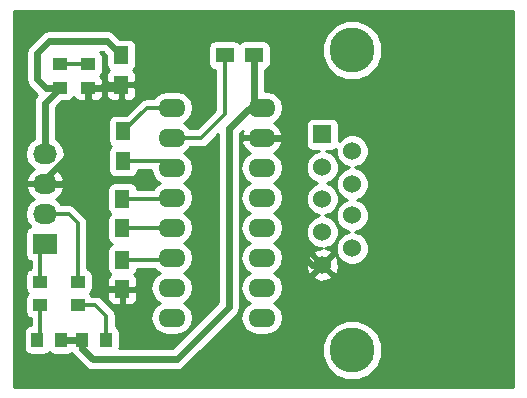
<source format=gbr>
From c18ad5f1c16c8175146d01b160c4514b1612cfd7 Mon Sep 17 00:00:00 2001
From: easwaran
Date: Wed, 30 Jan 2019 10:23:18 +0530
Subject: directory reorganising

---
 .../v_1.1/RS232/Gerber/RS232-F.Cu.gbr              | 1770 ++++++++++++++++++++
 1 file changed, 1770 insertions(+)
 create mode 100755 Resources/OpenPLCv1/legacy_Versions/v_1.1/RS232/Gerber/RS232-F.Cu.gbr

(limited to 'Resources/OpenPLCv1/legacy_Versions/v_1.1/RS232/Gerber/RS232-F.Cu.gbr')

diff --git a/Resources/OpenPLCv1/legacy_Versions/v_1.1/RS232/Gerber/RS232-F.Cu.gbr b/Resources/OpenPLCv1/legacy_Versions/v_1.1/RS232/Gerber/RS232-F.Cu.gbr
new file mode 100755
index 0000000..cc40b94
--- /dev/null
+++ b/Resources/OpenPLCv1/legacy_Versions/v_1.1/RS232/Gerber/RS232-F.Cu.gbr
@@ -0,0 +1,1770 @@
+G04 #@! TF.FileFunction,Copper,L1,Top,Signal*
+%FSLAX46Y46*%
+G04 Gerber Fmt 4.6, Leading zero omitted, Abs format (unit mm)*
+G04 Created by KiCad (PCBNEW 201611211049+7371~55~ubuntu16.10.1-product) date Thu Dec 29 13:08:53 2016*
+%MOMM*%
+%LPD*%
+G01*
+G04 APERTURE LIST*
+%ADD10C,0.100000*%
+%ADD11C,3.810000*%
+%ADD12R,1.524000X1.524000*%
+%ADD13C,1.524000*%
+%ADD14R,1.250000X1.500000*%
+%ADD15R,1.500000X1.250000*%
+%ADD16R,2.032000X1.727200*%
+%ADD17O,2.032000X1.727200*%
+%ADD18O,2.300000X1.600000*%
+%ADD19R,1.250000X1.000000*%
+%ADD20R,1.000000X1.250000*%
+%ADD21C,0.350000*%
+%ADD22C,0.600000*%
+%ADD23C,0.254000*%
+G04 APERTURE END LIST*
+D10*
+D11*
+X153543000Y-100330000D03*
+X153543000Y-74930000D03*
+D12*
+X151003000Y-82042000D03*
+D13*
+X151003000Y-84836000D03*
+X151003000Y-87503000D03*
+X151003000Y-90297000D03*
+X151003000Y-93091000D03*
+X153543000Y-83439000D03*
+X153543000Y-86233000D03*
+X153543000Y-88900000D03*
+X153543000Y-91694000D03*
+D14*
+X134143750Y-81776250D03*
+X134143750Y-84276250D03*
+X134080250Y-89991250D03*
+X134080250Y-87491250D03*
+D15*
+X142736250Y-75342750D03*
+X145236250Y-75342750D03*
+D14*
+X134080250Y-95134750D03*
+X134080250Y-92634750D03*
+X133985000Y-77831000D03*
+X133985000Y-75331000D03*
+D16*
+X127508000Y-91313000D03*
+D17*
+X127508000Y-88773000D03*
+X127508000Y-86233000D03*
+X127508000Y-83693000D03*
+D18*
+X138271250Y-79787750D03*
+X138271250Y-82327750D03*
+X138271250Y-84867750D03*
+X138271250Y-87407750D03*
+X138271250Y-89947750D03*
+X138271250Y-92487750D03*
+X138271250Y-95027750D03*
+X138271250Y-97567750D03*
+X145891250Y-97567750D03*
+X145891250Y-95027750D03*
+X145891250Y-92487750D03*
+X145891250Y-89947750D03*
+X145891250Y-87407750D03*
+X145891250Y-84867750D03*
+X145891250Y-82327750D03*
+X145891250Y-79787750D03*
+D19*
+X131191000Y-78089000D03*
+X131191000Y-76089000D03*
+X130302000Y-94504000D03*
+X130302000Y-96504000D03*
+X127127000Y-96504000D03*
+X127127000Y-94504000D03*
+X128778000Y-76089000D03*
+X128778000Y-78089000D03*
+D20*
+X130699000Y-99441000D03*
+X132699000Y-99441000D03*
+X126889000Y-99441000D03*
+X128889000Y-99441000D03*
+D21*
+X138271250Y-79787750D02*
+X136132250Y-79787750D01*
+X136132250Y-79787750D02*
+X134143750Y-81776250D01*
+X134143750Y-84276250D02*
+X137679750Y-84276250D01*
+X137679750Y-84276250D02*
+X138271250Y-84867750D01*
+X134080250Y-89991250D02*
+X138227750Y-89991250D01*
+X138227750Y-89991250D02*
+X138271250Y-89947750D01*
+X134080250Y-87491250D02*
+X138187750Y-87491250D01*
+X138187750Y-87491250D02*
+X138271250Y-87407750D01*
+X142736250Y-75342750D02*
+X142736250Y-80339250D01*
+X140747750Y-82327750D02*
+X138271250Y-82327750D01*
+X142736250Y-80339250D02*
+X140747750Y-82327750D01*
+D22*
+X127508000Y-83693000D02*
+X127508000Y-79359000D01*
+X127508000Y-79359000D02*
+X128778000Y-78089000D01*
+X128778000Y-78089000D02*
+X127619000Y-78089000D01*
+X127619000Y-78089000D02*
+X126873000Y-77343000D01*
+X126873000Y-77343000D02*
+X126873000Y-75184000D01*
+X126873000Y-75184000D02*
+X127889000Y-74168000D01*
+X127889000Y-74168000D02*
+X132822000Y-74168000D01*
+X132822000Y-74168000D02*
+X133985000Y-75331000D01*
+X130699000Y-99441000D02*
+X130699000Y-100219000D01*
+X143129000Y-81534000D02*
+X144875250Y-79787750D01*
+X143129000Y-96647000D02*
+X143129000Y-81534000D01*
+X138684000Y-101092000D02*
+X143129000Y-96647000D01*
+X131572000Y-101092000D02*
+X138684000Y-101092000D01*
+X130699000Y-100219000D02*
+X131572000Y-101092000D01*
+X144875250Y-79787750D02*
+X145891250Y-79787750D01*
+X128889000Y-99441000D02*
+X130699000Y-99441000D01*
+X145002250Y-79787750D02*
+X145891250Y-79787750D01*
+X145934750Y-79744250D02*
+X145891250Y-79787750D01*
+X145236250Y-75342750D02*
+X145236250Y-79132750D01*
+X145236250Y-79132750D02*
+X145891250Y-79787750D01*
+X131191000Y-78089000D02*
+X133727000Y-78089000D01*
+X133727000Y-78089000D02*
+X133985000Y-77831000D01*
+X127508000Y-86233000D02*
+X127508000Y-85852000D01*
+X127508000Y-85852000D02*
+X131191000Y-82169000D01*
+X131191000Y-82169000D02*
+X131191000Y-78089000D01*
+X127508000Y-86233000D02*
+X129159000Y-86233000D01*
+X129159000Y-86233000D02*
+X132334000Y-89408000D01*
+X132853750Y-95134750D02*
+X134080250Y-95134750D01*
+X132334000Y-94615000D02*
+X132853750Y-95134750D01*
+X132334000Y-89408000D02*
+X132334000Y-94615000D01*
+X151003000Y-93091000D02*
+X150114000Y-93091000D01*
+X147859750Y-82327750D02*
+X145891250Y-82327750D01*
+X148717000Y-83185000D02*
+X147859750Y-82327750D01*
+X148717000Y-91694000D02*
+X148717000Y-83185000D01*
+X150114000Y-93091000D02*
+X148717000Y-91694000D01*
+X145974750Y-82244250D02*
+X145891250Y-82327750D01*
+D21*
+X134080250Y-92634750D02*
+X138124250Y-92634750D01*
+X138124250Y-92634750D02*
+X138271250Y-92487750D01*
+X130302000Y-94504000D02*
+X130302000Y-89535000D01*
+X129540000Y-88773000D02*
+X127508000Y-88773000D01*
+X130302000Y-89535000D02*
+X129540000Y-88773000D01*
+X127127000Y-94504000D02*
+X127127000Y-91694000D01*
+X127127000Y-91694000D02*
+X127508000Y-91313000D01*
+X131191000Y-76089000D02*
+X128778000Y-76089000D01*
+X130302000Y-96504000D02*
+X131810000Y-96504000D01*
+X132699000Y-97393000D02*
+X132699000Y-99441000D01*
+X131810000Y-96504000D02*
+X132699000Y-97393000D01*
+X127127000Y-96504000D02*
+X127127000Y-99203000D01*
+X127127000Y-99203000D02*
+X126889000Y-99441000D01*
+X127127000Y-96774000D02*
+X127127000Y-96758000D01*
+D23*
+G36*
+X167184000Y-103430000D02*
+X124916000Y-103430000D01*
+X124916000Y-98816000D01*
+X125741560Y-98816000D01*
+X125741560Y-100066000D01*
+X125790843Y-100313765D01*
+X125931191Y-100523809D01*
+X126141235Y-100664157D01*
+X126389000Y-100713440D01*
+X127389000Y-100713440D01*
+X127636765Y-100664157D01*
+X127846809Y-100523809D01*
+X127889000Y-100460666D01*
+X127931191Y-100523809D01*
+X128141235Y-100664157D01*
+X128389000Y-100713440D01*
+X129389000Y-100713440D01*
+X129636765Y-100664157D01*
+X129794000Y-100559095D01*
+X129846999Y-100594508D01*
+X130037855Y-100880145D01*
+X130910855Y-101753145D01*
+X131214191Y-101955827D01*
+X131572000Y-102027000D01*
+X138684000Y-102027000D01*
+X139041809Y-101955827D01*
+X139345145Y-101753145D01*
+X140265269Y-100833021D01*
+X151002560Y-100833021D01*
+X151388437Y-101766915D01*
+X152102327Y-102482052D01*
+X153035546Y-102869559D01*
+X154046021Y-102870440D01*
+X154979915Y-102484563D01*
+X155695052Y-101770673D01*
+X156082559Y-100837454D01*
+X156083440Y-99826979D01*
+X155697563Y-98893085D01*
+X154983673Y-98177948D01*
+X154050454Y-97790441D01*
+X153039979Y-97789560D01*
+X152106085Y-98175437D01*
+X151390948Y-98889327D01*
+X151003441Y-99822546D01*
+X151002560Y-100833021D01*
+X140265269Y-100833021D01*
+X143790145Y-97308145D01*
+X143992827Y-97004809D01*
+X144064000Y-96647000D01*
+X144064000Y-84867750D01*
+X144071280Y-84867750D01*
+X144180513Y-85416901D01*
+X144491582Y-85882448D01*
+X144873668Y-86137750D01*
+X144491582Y-86393052D01*
+X144180513Y-86858599D01*
+X144071280Y-87407750D01*
+X144180513Y-87956901D01*
+X144491582Y-88422448D01*
+X144873668Y-88677750D01*
+X144491582Y-88933052D01*
+X144180513Y-89398599D01*
+X144071280Y-89947750D01*
+X144180513Y-90496901D01*
+X144491582Y-90962448D01*
+X144873668Y-91217750D01*
+X144491582Y-91473052D01*
+X144180513Y-91938599D01*
+X144071280Y-92487750D01*
+X144180513Y-93036901D01*
+X144491582Y-93502448D01*
+X144873668Y-93757750D01*
+X144491582Y-94013052D01*
+X144180513Y-94478599D01*
+X144071280Y-95027750D01*
+X144180513Y-95576901D01*
+X144491582Y-96042448D01*
+X144873668Y-96297750D01*
+X144491582Y-96553052D01*
+X144180513Y-97018599D01*
+X144071280Y-97567750D01*
+X144180513Y-98116901D01*
+X144491582Y-98582448D01*
+X144957129Y-98893517D01*
+X145506280Y-99002750D01*
+X146276220Y-99002750D01*
+X146825371Y-98893517D01*
+X147290918Y-98582448D01*
+X147601987Y-98116901D01*
+X147711220Y-97567750D01*
+X147601987Y-97018599D01*
+X147290918Y-96553052D01*
+X146908832Y-96297750D01*
+X147290918Y-96042448D01*
+X147601987Y-95576901D01*
+X147711220Y-95027750D01*
+X147601987Y-94478599D01*
+X147329780Y-94071213D01*
+X150202392Y-94071213D01*
+X150271857Y-94313397D01*
+X150795302Y-94500144D01*
+X151350368Y-94472362D01*
+X151734143Y-94313397D01*
+X151803608Y-94071213D01*
+X151003000Y-93270605D01*
+X150202392Y-94071213D01*
+X147329780Y-94071213D01*
+X147290918Y-94013052D01*
+X146908832Y-93757750D01*
+X147290918Y-93502448D01*
+X147601987Y-93036901D01*
+X147632539Y-92883302D01*
+X149593856Y-92883302D01*
+X149621638Y-93438368D01*
+X149780603Y-93822143D01*
+X150022787Y-93891608D01*
+X150823395Y-93091000D01*
+X151182605Y-93091000D01*
+X151983213Y-93891608D01*
+X152225397Y-93822143D01*
+X152412144Y-93298698D01*
+X152384362Y-92743632D01*
+X152225397Y-92359857D01*
+X151983213Y-92290392D01*
+X151182605Y-93091000D01*
+X150823395Y-93091000D01*
+X150022787Y-92290392D01*
+X149780603Y-92359857D01*
+X149593856Y-92883302D01*
+X147632539Y-92883302D01*
+X147711220Y-92487750D01*
+X147601987Y-91938599D01*
+X147290918Y-91473052D01*
+X146908832Y-91217750D01*
+X147290918Y-90962448D01*
+X147601987Y-90496901D01*
+X147711220Y-89947750D01*
+X147601987Y-89398599D01*
+X147290918Y-88933052D01*
+X146908832Y-88677750D01*
+X147290918Y-88422448D01*
+X147601987Y-87956901D01*
+X147711220Y-87407750D01*
+X147601987Y-86858599D01*
+X147290918Y-86393052D01*
+X146908832Y-86137750D01*
+X147290918Y-85882448D01*
+X147601987Y-85416901D01*
+X147711220Y-84867750D01*
+X147601987Y-84318599D01*
+X147290918Y-83853052D01*
+X146913099Y-83600601D01*
+X147345750Y-83252646D01*
+X147615617Y-82759569D01*
+X147633154Y-82676789D01*
+X147511165Y-82454750D01*
+X146018250Y-82454750D01*
+X146018250Y-82474750D01*
+X145764250Y-82474750D01*
+X145764250Y-82454750D01*
+X144271335Y-82454750D01*
+X144149346Y-82676789D01*
+X144166883Y-82759569D01*
+X144436750Y-83252646D01*
+X144869401Y-83600601D01*
+X144491582Y-83853052D01*
+X144180513Y-84318599D01*
+X144071280Y-84867750D01*
+X144064000Y-84867750D01*
+X144064000Y-81921290D01*
+X144260612Y-81724678D01*
+X144166883Y-81895931D01*
+X144149346Y-81978711D01*
+X144271335Y-82200750D01*
+X145764250Y-82200750D01*
+X145764250Y-82180750D01*
+X146018250Y-82180750D01*
+X146018250Y-82200750D01*
+X147511165Y-82200750D01*
+X147633154Y-81978711D01*
+X147615617Y-81895931D01*
+X147345750Y-81402854D01*
+X147192993Y-81280000D01*
+X149593560Y-81280000D01*
+X149593560Y-82804000D01*
+X149642843Y-83051765D01*
+X149783191Y-83261809D01*
+X149993235Y-83402157D01*
+X150241000Y-83451440D01*
+X150695646Y-83451440D01*
+X150212697Y-83650990D01*
+X149819371Y-84043630D01*
+X149606243Y-84556900D01*
+X149605758Y-85112661D01*
+X149817990Y-85626303D01*
+X150210630Y-86019629D01*
+X150571815Y-86169606D01*
+X150212697Y-86317990D01*
+X149819371Y-86710630D01*
+X149606243Y-87223900D01*
+X149605758Y-87779661D01*
+X149817990Y-88293303D01*
+X150210630Y-88686629D01*
+X150723900Y-88899757D01*
+X150726336Y-88899759D01*
+X150212697Y-89111990D01*
+X149819371Y-89504630D01*
+X149606243Y-90017900D01*
+X149605758Y-90573661D01*
+X149817990Y-91087303D01*
+X150210630Y-91480629D01*
+X150723900Y-91693757D01*
+X150968656Y-91693971D01*
+X150655632Y-91709638D01*
+X150271857Y-91868603D01*
+X150202392Y-92110787D01*
+X151003000Y-92911395D01*
+X151803608Y-92110787D01*
+X151734143Y-91868603D01*
+X151245332Y-91694212D01*
+X151279661Y-91694242D01*
+X151793303Y-91482010D01*
+X152186629Y-91089370D01*
+X152399757Y-90576100D01*
+X152400242Y-90020339D01*
+X152188010Y-89506697D01*
+X151795370Y-89113371D01*
+X151282100Y-88900243D01*
+X151279664Y-88900241D01*
+X151793303Y-88688010D01*
+X152186629Y-88295370D01*
+X152399757Y-87782100D01*
+X152400242Y-87226339D01*
+X152188010Y-86712697D01*
+X151795370Y-86319371D01*
+X151434185Y-86169394D01*
+X151793303Y-86021010D01*
+X152186629Y-85628370D01*
+X152399757Y-85115100D01*
+X152400242Y-84559339D01*
+X152188010Y-84045697D01*
+X151795370Y-83652371D01*
+X151311474Y-83451440D01*
+X151765000Y-83451440D01*
+X152012765Y-83402157D01*
+X152146109Y-83313058D01*
+X152145758Y-83715661D01*
+X152357990Y-84229303D01*
+X152750630Y-84622629D01*
+X153263900Y-84835757D01*
+X153266336Y-84835759D01*
+X152752697Y-85047990D01*
+X152359371Y-85440630D01*
+X152146243Y-85953900D01*
+X152145758Y-86509661D01*
+X152357990Y-87023303D01*
+X152750630Y-87416629D01*
+X153111815Y-87566606D01*
+X152752697Y-87714990D01*
+X152359371Y-88107630D01*
+X152146243Y-88620900D01*
+X152145758Y-89176661D01*
+X152357990Y-89690303D01*
+X152750630Y-90083629D01*
+X153263900Y-90296757D01*
+X153266336Y-90296759D01*
+X152752697Y-90508990D01*
+X152359371Y-90901630D01*
+X152146243Y-91414900D01*
+X152145758Y-91970661D01*
+X152357990Y-92484303D01*
+X152750630Y-92877629D01*
+X153263900Y-93090757D01*
+X153819661Y-93091242D01*
+X154333303Y-92879010D01*
+X154726629Y-92486370D01*
+X154939757Y-91973100D01*
+X154940242Y-91417339D01*
+X154728010Y-90903697D01*
+X154335370Y-90510371D01*
+X153822100Y-90297243D01*
+X153819664Y-90297241D01*
+X154333303Y-90085010D01*
+X154726629Y-89692370D01*
+X154939757Y-89179100D01*
+X154940242Y-88623339D01*
+X154728010Y-88109697D01*
+X154335370Y-87716371D01*
+X153974185Y-87566394D01*
+X154333303Y-87418010D01*
+X154726629Y-87025370D01*
+X154939757Y-86512100D01*
+X154940242Y-85956339D01*
+X154728010Y-85442697D01*
+X154335370Y-85049371D01*
+X153822100Y-84836243D01*
+X153819664Y-84836241D01*
+X154333303Y-84624010D01*
+X154726629Y-84231370D01*
+X154939757Y-83718100D01*
+X154940242Y-83162339D01*
+X154728010Y-82648697D01*
+X154335370Y-82255371D01*
+X153822100Y-82042243D01*
+X153266339Y-82041758D01*
+X152752697Y-82253990D01*
+X152412440Y-82593654D01*
+X152412440Y-81280000D01*
+X152363157Y-81032235D01*
+X152222809Y-80822191D01*
+X152012765Y-80681843D01*
+X151765000Y-80632560D01*
+X150241000Y-80632560D01*
+X149993235Y-80681843D01*
+X149783191Y-80822191D01*
+X149642843Y-81032235D01*
+X149593560Y-81280000D01*
+X147192993Y-81280000D01*
+X146913099Y-81054899D01*
+X147290918Y-80802448D01*
+X147601987Y-80336901D01*
+X147711220Y-79787750D01*
+X147601987Y-79238599D01*
+X147290918Y-78773052D01*
+X146825371Y-78461983D01*
+X146276220Y-78352750D01*
+X146171250Y-78352750D01*
+X146171250Y-76578392D01*
+X146234015Y-76565907D01*
+X146444059Y-76425559D01*
+X146584407Y-76215515D01*
+X146633690Y-75967750D01*
+X146633690Y-75433021D01*
+X151002560Y-75433021D01*
+X151388437Y-76366915D01*
+X152102327Y-77082052D01*
+X153035546Y-77469559D01*
+X154046021Y-77470440D01*
+X154979915Y-77084563D01*
+X155695052Y-76370673D01*
+X156082559Y-75437454D01*
+X156083440Y-74426979D01*
+X155697563Y-73493085D01*
+X154983673Y-72777948D01*
+X154050454Y-72390441D01*
+X153039979Y-72389560D01*
+X152106085Y-72775437D01*
+X151390948Y-73489327D01*
+X151003441Y-74422546D01*
+X151002560Y-75433021D01*
+X146633690Y-75433021D01*
+X146633690Y-74717750D01*
+X146584407Y-74469985D01*
+X146444059Y-74259941D01*
+X146234015Y-74119593D01*
+X145986250Y-74070310D01*
+X144486250Y-74070310D01*
+X144238485Y-74119593D01*
+X144028441Y-74259941D01*
+X143986250Y-74323084D01*
+X143944059Y-74259941D01*
+X143734015Y-74119593D01*
+X143486250Y-74070310D01*
+X141986250Y-74070310D01*
+X141738485Y-74119593D01*
+X141528441Y-74259941D01*
+X141388093Y-74469985D01*
+X141338810Y-74717750D01*
+X141338810Y-75967750D01*
+X141388093Y-76215515D01*
+X141528441Y-76425559D01*
+X141738485Y-76565907D01*
+X141926250Y-76603255D01*
+X141926250Y-80003737D01*
+X140412238Y-81517750D01*
+X139807693Y-81517750D01*
+X139670918Y-81313052D01*
+X139288832Y-81057750D01*
+X139670918Y-80802448D01*
+X139981987Y-80336901D01*
+X140091220Y-79787750D01*
+X139981987Y-79238599D01*
+X139670918Y-78773052D01*
+X139205371Y-78461983D01*
+X138656220Y-78352750D01*
+X137886280Y-78352750D01*
+X137337129Y-78461983D01*
+X136871582Y-78773052D01*
+X136734807Y-78977750D01*
+X136132250Y-78977750D01*
+X135822277Y-79039407D01*
+X135559494Y-79214993D01*
+X134395678Y-80378810D01*
+X133518750Y-80378810D01*
+X133270985Y-80428093D01*
+X133060941Y-80568441D01*
+X132920593Y-80778485D01*
+X132871310Y-81026250D01*
+X132871310Y-82526250D01*
+X132920593Y-82774015D01*
+X133060941Y-82984059D01*
+X133124084Y-83026250D01*
+X133060941Y-83068441D01*
+X132920593Y-83278485D01*
+X132871310Y-83526250D01*
+X132871310Y-85026250D01*
+X132920593Y-85274015D01*
+X133060941Y-85484059D01*
+X133270985Y-85624407D01*
+X133518750Y-85673690D01*
+X134768750Y-85673690D01*
+X135016515Y-85624407D01*
+X135226559Y-85484059D01*
+X135366907Y-85274015D01*
+X135404255Y-85086250D01*
+X136494742Y-85086250D01*
+X136560513Y-85416901D01*
+X136871582Y-85882448D01*
+X137253668Y-86137750D01*
+X136871582Y-86393052D01*
+X136679014Y-86681250D01*
+X135340755Y-86681250D01*
+X135303407Y-86493485D01*
+X135163059Y-86283441D01*
+X134953015Y-86143093D01*
+X134705250Y-86093810D01*
+X133455250Y-86093810D01*
+X133207485Y-86143093D01*
+X132997441Y-86283441D01*
+X132857093Y-86493485D01*
+X132807810Y-86741250D01*
+X132807810Y-88241250D01*
+X132857093Y-88489015D01*
+X132997441Y-88699059D01*
+X133060584Y-88741250D01*
+X132997441Y-88783441D01*
+X132857093Y-88993485D01*
+X132807810Y-89241250D01*
+X132807810Y-90741250D01*
+X132857093Y-90989015D01*
+X132997441Y-91199059D01*
+X133167964Y-91313000D01*
+X132997441Y-91426941D01*
+X132857093Y-91636985D01*
+X132807810Y-91884750D01*
+X132807810Y-93384750D01*
+X132857093Y-93632515D01*
+X132997441Y-93842559D01*
+X133058570Y-93883404D01*
+X132916923Y-94025052D01*
+X132820250Y-94258441D01*
+X132820250Y-94849000D01*
+X132979000Y-95007750D01*
+X133953250Y-95007750D01*
+X133953250Y-94987750D01*
+X134207250Y-94987750D01*
+X134207250Y-95007750D01*
+X135181500Y-95007750D01*
+X135340250Y-94849000D01*
+X135340250Y-94258441D01*
+X135243577Y-94025052D01*
+X135101930Y-93883404D01*
+X135163059Y-93842559D01*
+X135303407Y-93632515D01*
+X135340755Y-93444750D01*
+X136833029Y-93444750D01*
+X136871582Y-93502448D01*
+X137253668Y-93757750D01*
+X136871582Y-94013052D01*
+X136560513Y-94478599D01*
+X136451280Y-95027750D01*
+X136560513Y-95576901D01*
+X136871582Y-96042448D01*
+X137253668Y-96297750D01*
+X136871582Y-96553052D01*
+X136560513Y-97018599D01*
+X136451280Y-97567750D01*
+X136560513Y-98116901D01*
+X136871582Y-98582448D01*
+X137337129Y-98893517D01*
+X137886280Y-99002750D01*
+X138656220Y-99002750D01*
+X139205371Y-98893517D01*
+X139670918Y-98582448D01*
+X139981987Y-98116901D01*
+X140091220Y-97567750D01*
+X139981987Y-97018599D01*
+X139670918Y-96553052D01*
+X139288832Y-96297750D01*
+X139670918Y-96042448D01*
+X139981987Y-95576901D01*
+X140091220Y-95027750D01*
+X139981987Y-94478599D01*
+X139670918Y-94013052D01*
+X139288832Y-93757750D01*
+X139670918Y-93502448D01*
+X139981987Y-93036901D01*
+X140091220Y-92487750D01*
+X139981987Y-91938599D01*
+X139670918Y-91473052D01*
+X139288832Y-91217750D01*
+X139670918Y-90962448D01*
+X139981987Y-90496901D01*
+X140091220Y-89947750D01*
+X139981987Y-89398599D01*
+X139670918Y-88933052D01*
+X139288832Y-88677750D01*
+X139670918Y-88422448D01*
+X139981987Y-87956901D01*
+X140091220Y-87407750D01*
+X139981987Y-86858599D01*
+X139670918Y-86393052D01*
+X139288832Y-86137750D01*
+X139670918Y-85882448D01*
+X139981987Y-85416901D01*
+X140091220Y-84867750D01*
+X139981987Y-84318599D01*
+X139670918Y-83853052D01*
+X139288832Y-83597750D01*
+X139670918Y-83342448D01*
+X139807693Y-83137750D01*
+X140747750Y-83137750D01*
+X141057724Y-83076092D01*
+X141320506Y-82900506D01*
+X142194000Y-82027012D01*
+X142194000Y-96259710D01*
+X138296710Y-100157000D01*
+X133828339Y-100157000D01*
+X133846440Y-100066000D01*
+X133846440Y-98816000D01*
+X133797157Y-98568235D01*
+X133656809Y-98358191D01*
+X133509000Y-98259427D01*
+X133509000Y-97393000D01*
+X133447531Y-97083974D01*
+X133447343Y-97083027D01*
+X133271757Y-96820244D01*
+X132382756Y-95931244D01*
+X132119974Y-95755658D01*
+X131810000Y-95694000D01*
+X131483573Y-95694000D01*
+X131384809Y-95546191D01*
+X131321666Y-95504000D01*
+X131384809Y-95461809D01*
+X131412411Y-95420500D01*
+X132820250Y-95420500D01*
+X132820250Y-96011059D01*
+X132916923Y-96244448D01*
+X133095551Y-96423077D01*
+X133328940Y-96519750D01*
+X133794500Y-96519750D01*
+X133953250Y-96361000D01*
+X133953250Y-95261750D01*
+X134207250Y-95261750D01*
+X134207250Y-96361000D01*
+X134366000Y-96519750D01*
+X134831560Y-96519750D01*
+X135064949Y-96423077D01*
+X135243577Y-96244448D01*
+X135340250Y-96011059D01*
+X135340250Y-95420500D01*
+X135181500Y-95261750D01*
+X134207250Y-95261750D01*
+X133953250Y-95261750D01*
+X132979000Y-95261750D01*
+X132820250Y-95420500D01*
+X131412411Y-95420500D01*
+X131525157Y-95251765D01*
+X131574440Y-95004000D01*
+X131574440Y-94004000D01*
+X131525157Y-93756235D01*
+X131384809Y-93546191D01*
+X131174765Y-93405843D01*
+X131112000Y-93393358D01*
+X131112000Y-89535000D01*
+X131074357Y-89345756D01*
+X131050343Y-89225027D01*
+X130874757Y-88962244D01*
+X130112756Y-88200244D01*
+X129977243Y-88109697D01*
+X129849974Y-88024658D01*
+X129540000Y-87963000D01*
+X128919239Y-87963000D01*
+X128752415Y-87713330D01*
+X128442931Y-87506539D01*
+X128858732Y-87135036D01*
+X129112709Y-86607791D01*
+X129115358Y-86592026D01*
+X128994217Y-86360000D01*
+X127635000Y-86360000D01*
+X127635000Y-86380000D01*
+X127381000Y-86380000D01*
+X127381000Y-86360000D01*
+X126021783Y-86360000D01*
+X125900642Y-86592026D01*
+X125903291Y-86607791D01*
+X126157268Y-87135036D01*
+X126573069Y-87506539D01*
+X126263585Y-87713330D01*
+X125938729Y-88199511D01*
+X125824655Y-88773000D01*
+X125938729Y-89346489D01*
+X126263585Y-89832670D01*
+X126280566Y-89844016D01*
+X126244235Y-89851243D01*
+X126034191Y-89991591D01*
+X125893843Y-90201635D01*
+X125844560Y-90449400D01*
+X125844560Y-92176600D01*
+X125893843Y-92424365D01*
+X126034191Y-92634409D01*
+X126244235Y-92774757D01*
+X126317000Y-92789231D01*
+X126317000Y-93393358D01*
+X126254235Y-93405843D01*
+X126044191Y-93546191D01*
+X125903843Y-93756235D01*
+X125854560Y-94004000D01*
+X125854560Y-95004000D01*
+X125903843Y-95251765D01*
+X126044191Y-95461809D01*
+X126107334Y-95504000D01*
+X126044191Y-95546191D01*
+X125903843Y-95756235D01*
+X125854560Y-96004000D01*
+X125854560Y-97004000D01*
+X125903843Y-97251765D01*
+X126044191Y-97461809D01*
+X126254235Y-97602157D01*
+X126317000Y-97614642D01*
+X126317000Y-98182882D01*
+X126141235Y-98217843D01*
+X125931191Y-98358191D01*
+X125790843Y-98568235D01*
+X125741560Y-98816000D01*
+X124916000Y-98816000D01*
+X124916000Y-83693000D01*
+X125824655Y-83693000D01*
+X125938729Y-84266489D01*
+X126263585Y-84752670D01*
+X126573069Y-84959461D01*
+X126157268Y-85330964D01*
+X125903291Y-85858209D01*
+X125900642Y-85873974D01*
+X126021783Y-86106000D01*
+X127381000Y-86106000D01*
+X127381000Y-86086000D01*
+X127635000Y-86086000D01*
+X127635000Y-86106000D01*
+X128994217Y-86106000D01*
+X129115358Y-85873974D01*
+X129112709Y-85858209D01*
+X128858732Y-85330964D01*
+X128442931Y-84959461D01*
+X128752415Y-84752670D01*
+X129077271Y-84266489D01*
+X129191345Y-83693000D01*
+X129077271Y-83119511D01*
+X128752415Y-82633330D01*
+X128443000Y-82426585D01*
+X128443000Y-79746290D01*
+X128952850Y-79236440D01*
+X129403000Y-79236440D01*
+X129650765Y-79187157D01*
+X129860809Y-79046809D01*
+X129988904Y-78855102D01*
+X130027673Y-78948698D01*
+X130206301Y-79127327D01*
+X130439690Y-79224000D01*
+X130905250Y-79224000D01*
+X131064000Y-79065250D01*
+X131064000Y-78216000D01*
+X131318000Y-78216000D01*
+X131318000Y-79065250D01*
+X131476750Y-79224000D01*
+X131942310Y-79224000D01*
+X132175699Y-79127327D01*
+X132354327Y-78948698D01*
+X132451000Y-78715309D01*
+X132451000Y-78374750D01*
+X132292250Y-78216000D01*
+X131318000Y-78216000D01*
+X131064000Y-78216000D01*
+X131044000Y-78216000D01*
+X131044000Y-78116750D01*
+X132725000Y-78116750D01*
+X132725000Y-78707309D01*
+X132821673Y-78940698D01*
+X133000301Y-79119327D01*
+X133233690Y-79216000D01*
+X133699250Y-79216000D01*
+X133858000Y-79057250D01*
+X133858000Y-77958000D01*
+X134112000Y-77958000D01*
+X134112000Y-79057250D01*
+X134270750Y-79216000D01*
+X134736310Y-79216000D01*
+X134969699Y-79119327D01*
+X135148327Y-78940698D01*
+X135245000Y-78707309D01*
+X135245000Y-78116750D01*
+X135086250Y-77958000D01*
+X134112000Y-77958000D01*
+X133858000Y-77958000D01*
+X132883750Y-77958000D01*
+X132725000Y-78116750D01*
+X131044000Y-78116750D01*
+X131044000Y-77962000D01*
+X131064000Y-77962000D01*
+X131064000Y-77942000D01*
+X131318000Y-77942000D01*
+X131318000Y-77962000D01*
+X132292250Y-77962000D01*
+X132451000Y-77803250D01*
+X132451000Y-77462691D01*
+X132354327Y-77229302D01*
+X132212680Y-77087654D01*
+X132273809Y-77046809D01*
+X132414157Y-76836765D01*
+X132463440Y-76589000D01*
+X132463440Y-75589000D01*
+X132414157Y-75341235D01*
+X132273809Y-75131191D01*
+X132231619Y-75103000D01*
+X132434710Y-75103000D01*
+X132712560Y-75380850D01*
+X132712560Y-76081000D01*
+X132761843Y-76328765D01*
+X132902191Y-76538809D01*
+X132963320Y-76579654D01*
+X132821673Y-76721302D01*
+X132725000Y-76954691D01*
+X132725000Y-77545250D01*
+X132883750Y-77704000D01*
+X133858000Y-77704000D01*
+X133858000Y-77684000D01*
+X134112000Y-77684000D01*
+X134112000Y-77704000D01*
+X135086250Y-77704000D01*
+X135245000Y-77545250D01*
+X135245000Y-76954691D01*
+X135148327Y-76721302D01*
+X135006680Y-76579654D01*
+X135067809Y-76538809D01*
+X135208157Y-76328765D01*
+X135257440Y-76081000D01*
+X135257440Y-74581000D01*
+X135208157Y-74333235D01*
+X135067809Y-74123191D01*
+X134857765Y-73982843D01*
+X134610000Y-73933560D01*
+X133909850Y-73933560D01*
+X133483145Y-73506855D01*
+X133179809Y-73304173D01*
+X132822000Y-73233000D01*
+X127889000Y-73233000D01*
+X127531191Y-73304173D01*
+X127227855Y-73506855D01*
+X126211855Y-74522855D01*
+X126009173Y-74826191D01*
+X125938000Y-75184000D01*
+X125938000Y-77343000D01*
+X126009173Y-77700809D01*
+X126211855Y-78004145D01*
+X126876210Y-78668500D01*
+X126846855Y-78697855D01*
+X126644173Y-79001191D01*
+X126573000Y-79359000D01*
+X126573000Y-82426585D01*
+X126263585Y-82633330D01*
+X125938729Y-83119511D01*
+X125824655Y-83693000D01*
+X124916000Y-83693000D01*
+X124916000Y-71576000D01*
+X167184000Y-71576000D01*
+X167184000Y-103430000D01*
+X167184000Y-103430000D01*
+G37*
+X167184000Y-103430000D02*
+X124916000Y-103430000D01*
+X124916000Y-98816000D01*
+X125741560Y-98816000D01*
+X125741560Y-100066000D01*
+X125790843Y-100313765D01*
+X125931191Y-100523809D01*
+X126141235Y-100664157D01*
+X126389000Y-100713440D01*
+X127389000Y-100713440D01*
+X127636765Y-100664157D01*
+X127846809Y-100523809D01*
+X127889000Y-100460666D01*
+X127931191Y-100523809D01*
+X128141235Y-100664157D01*
+X128389000Y-100713440D01*
+X129389000Y-100713440D01*
+X129636765Y-100664157D01*
+X129794000Y-100559095D01*
+X129846999Y-100594508D01*
+X130037855Y-100880145D01*
+X130910855Y-101753145D01*
+X131214191Y-101955827D01*
+X131572000Y-102027000D01*
+X138684000Y-102027000D01*
+X139041809Y-101955827D01*
+X139345145Y-101753145D01*
+X140265269Y-100833021D01*
+X151002560Y-100833021D01*
+X151388437Y-101766915D01*
+X152102327Y-102482052D01*
+X153035546Y-102869559D01*
+X154046021Y-102870440D01*
+X154979915Y-102484563D01*
+X155695052Y-101770673D01*
+X156082559Y-100837454D01*
+X156083440Y-99826979D01*
+X155697563Y-98893085D01*
+X154983673Y-98177948D01*
+X154050454Y-97790441D01*
+X153039979Y-97789560D01*
+X152106085Y-98175437D01*
+X151390948Y-98889327D01*
+X151003441Y-99822546D01*
+X151002560Y-100833021D01*
+X140265269Y-100833021D01*
+X143790145Y-97308145D01*
+X143992827Y-97004809D01*
+X144064000Y-96647000D01*
+X144064000Y-84867750D01*
+X144071280Y-84867750D01*
+X144180513Y-85416901D01*
+X144491582Y-85882448D01*
+X144873668Y-86137750D01*
+X144491582Y-86393052D01*
+X144180513Y-86858599D01*
+X144071280Y-87407750D01*
+X144180513Y-87956901D01*
+X144491582Y-88422448D01*
+X144873668Y-88677750D01*
+X144491582Y-88933052D01*
+X144180513Y-89398599D01*
+X144071280Y-89947750D01*
+X144180513Y-90496901D01*
+X144491582Y-90962448D01*
+X144873668Y-91217750D01*
+X144491582Y-91473052D01*
+X144180513Y-91938599D01*
+X144071280Y-92487750D01*
+X144180513Y-93036901D01*
+X144491582Y-93502448D01*
+X144873668Y-93757750D01*
+X144491582Y-94013052D01*
+X144180513Y-94478599D01*
+X144071280Y-95027750D01*
+X144180513Y-95576901D01*
+X144491582Y-96042448D01*
+X144873668Y-96297750D01*
+X144491582Y-96553052D01*
+X144180513Y-97018599D01*
+X144071280Y-97567750D01*
+X144180513Y-98116901D01*
+X144491582Y-98582448D01*
+X144957129Y-98893517D01*
+X145506280Y-99002750D01*
+X146276220Y-99002750D01*
+X146825371Y-98893517D01*
+X147290918Y-98582448D01*
+X147601987Y-98116901D01*
+X147711220Y-97567750D01*
+X147601987Y-97018599D01*
+X147290918Y-96553052D01*
+X146908832Y-96297750D01*
+X147290918Y-96042448D01*
+X147601987Y-95576901D01*
+X147711220Y-95027750D01*
+X147601987Y-94478599D01*
+X147329780Y-94071213D01*
+X150202392Y-94071213D01*
+X150271857Y-94313397D01*
+X150795302Y-94500144D01*
+X151350368Y-94472362D01*
+X151734143Y-94313397D01*
+X151803608Y-94071213D01*
+X151003000Y-93270605D01*
+X150202392Y-94071213D01*
+X147329780Y-94071213D01*
+X147290918Y-94013052D01*
+X146908832Y-93757750D01*
+X147290918Y-93502448D01*
+X147601987Y-93036901D01*
+X147632539Y-92883302D01*
+X149593856Y-92883302D01*
+X149621638Y-93438368D01*
+X149780603Y-93822143D01*
+X150022787Y-93891608D01*
+X150823395Y-93091000D01*
+X151182605Y-93091000D01*
+X151983213Y-93891608D01*
+X152225397Y-93822143D01*
+X152412144Y-93298698D01*
+X152384362Y-92743632D01*
+X152225397Y-92359857D01*
+X151983213Y-92290392D01*
+X151182605Y-93091000D01*
+X150823395Y-93091000D01*
+X150022787Y-92290392D01*
+X149780603Y-92359857D01*
+X149593856Y-92883302D01*
+X147632539Y-92883302D01*
+X147711220Y-92487750D01*
+X147601987Y-91938599D01*
+X147290918Y-91473052D01*
+X146908832Y-91217750D01*
+X147290918Y-90962448D01*
+X147601987Y-90496901D01*
+X147711220Y-89947750D01*
+X147601987Y-89398599D01*
+X147290918Y-88933052D01*
+X146908832Y-88677750D01*
+X147290918Y-88422448D01*
+X147601987Y-87956901D01*
+X147711220Y-87407750D01*
+X147601987Y-86858599D01*
+X147290918Y-86393052D01*
+X146908832Y-86137750D01*
+X147290918Y-85882448D01*
+X147601987Y-85416901D01*
+X147711220Y-84867750D01*
+X147601987Y-84318599D01*
+X147290918Y-83853052D01*
+X146913099Y-83600601D01*
+X147345750Y-83252646D01*
+X147615617Y-82759569D01*
+X147633154Y-82676789D01*
+X147511165Y-82454750D01*
+X146018250Y-82454750D01*
+X146018250Y-82474750D01*
+X145764250Y-82474750D01*
+X145764250Y-82454750D01*
+X144271335Y-82454750D01*
+X144149346Y-82676789D01*
+X144166883Y-82759569D01*
+X144436750Y-83252646D01*
+X144869401Y-83600601D01*
+X144491582Y-83853052D01*
+X144180513Y-84318599D01*
+X144071280Y-84867750D01*
+X144064000Y-84867750D01*
+X144064000Y-81921290D01*
+X144260612Y-81724678D01*
+X144166883Y-81895931D01*
+X144149346Y-81978711D01*
+X144271335Y-82200750D01*
+X145764250Y-82200750D01*
+X145764250Y-82180750D01*
+X146018250Y-82180750D01*
+X146018250Y-82200750D01*
+X147511165Y-82200750D01*
+X147633154Y-81978711D01*
+X147615617Y-81895931D01*
+X147345750Y-81402854D01*
+X147192993Y-81280000D01*
+X149593560Y-81280000D01*
+X149593560Y-82804000D01*
+X149642843Y-83051765D01*
+X149783191Y-83261809D01*
+X149993235Y-83402157D01*
+X150241000Y-83451440D01*
+X150695646Y-83451440D01*
+X150212697Y-83650990D01*
+X149819371Y-84043630D01*
+X149606243Y-84556900D01*
+X149605758Y-85112661D01*
+X149817990Y-85626303D01*
+X150210630Y-86019629D01*
+X150571815Y-86169606D01*
+X150212697Y-86317990D01*
+X149819371Y-86710630D01*
+X149606243Y-87223900D01*
+X149605758Y-87779661D01*
+X149817990Y-88293303D01*
+X150210630Y-88686629D01*
+X150723900Y-88899757D01*
+X150726336Y-88899759D01*
+X150212697Y-89111990D01*
+X149819371Y-89504630D01*
+X149606243Y-90017900D01*
+X149605758Y-90573661D01*
+X149817990Y-91087303D01*
+X150210630Y-91480629D01*
+X150723900Y-91693757D01*
+X150968656Y-91693971D01*
+X150655632Y-91709638D01*
+X150271857Y-91868603D01*
+X150202392Y-92110787D01*
+X151003000Y-92911395D01*
+X151803608Y-92110787D01*
+X151734143Y-91868603D01*
+X151245332Y-91694212D01*
+X151279661Y-91694242D01*
+X151793303Y-91482010D01*
+X152186629Y-91089370D01*
+X152399757Y-90576100D01*
+X152400242Y-90020339D01*
+X152188010Y-89506697D01*
+X151795370Y-89113371D01*
+X151282100Y-88900243D01*
+X151279664Y-88900241D01*
+X151793303Y-88688010D01*
+X152186629Y-88295370D01*
+X152399757Y-87782100D01*
+X152400242Y-87226339D01*
+X152188010Y-86712697D01*
+X151795370Y-86319371D01*
+X151434185Y-86169394D01*
+X151793303Y-86021010D01*
+X152186629Y-85628370D01*
+X152399757Y-85115100D01*
+X152400242Y-84559339D01*
+X152188010Y-84045697D01*
+X151795370Y-83652371D01*
+X151311474Y-83451440D01*
+X151765000Y-83451440D01*
+X152012765Y-83402157D01*
+X152146109Y-83313058D01*
+X152145758Y-83715661D01*
+X152357990Y-84229303D01*
+X152750630Y-84622629D01*
+X153263900Y-84835757D01*
+X153266336Y-84835759D01*
+X152752697Y-85047990D01*
+X152359371Y-85440630D01*
+X152146243Y-85953900D01*
+X152145758Y-86509661D01*
+X152357990Y-87023303D01*
+X152750630Y-87416629D01*
+X153111815Y-87566606D01*
+X152752697Y-87714990D01*
+X152359371Y-88107630D01*
+X152146243Y-88620900D01*
+X152145758Y-89176661D01*
+X152357990Y-89690303D01*
+X152750630Y-90083629D01*
+X153263900Y-90296757D01*
+X153266336Y-90296759D01*
+X152752697Y-90508990D01*
+X152359371Y-90901630D01*
+X152146243Y-91414900D01*
+X152145758Y-91970661D01*
+X152357990Y-92484303D01*
+X152750630Y-92877629D01*
+X153263900Y-93090757D01*
+X153819661Y-93091242D01*
+X154333303Y-92879010D01*
+X154726629Y-92486370D01*
+X154939757Y-91973100D01*
+X154940242Y-91417339D01*
+X154728010Y-90903697D01*
+X154335370Y-90510371D01*
+X153822100Y-90297243D01*
+X153819664Y-90297241D01*
+X154333303Y-90085010D01*
+X154726629Y-89692370D01*
+X154939757Y-89179100D01*
+X154940242Y-88623339D01*
+X154728010Y-88109697D01*
+X154335370Y-87716371D01*
+X153974185Y-87566394D01*
+X154333303Y-87418010D01*
+X154726629Y-87025370D01*
+X154939757Y-86512100D01*
+X154940242Y-85956339D01*
+X154728010Y-85442697D01*
+X154335370Y-85049371D01*
+X153822100Y-84836243D01*
+X153819664Y-84836241D01*
+X154333303Y-84624010D01*
+X154726629Y-84231370D01*
+X154939757Y-83718100D01*
+X154940242Y-83162339D01*
+X154728010Y-82648697D01*
+X154335370Y-82255371D01*
+X153822100Y-82042243D01*
+X153266339Y-82041758D01*
+X152752697Y-82253990D01*
+X152412440Y-82593654D01*
+X152412440Y-81280000D01*
+X152363157Y-81032235D01*
+X152222809Y-80822191D01*
+X152012765Y-80681843D01*
+X151765000Y-80632560D01*
+X150241000Y-80632560D01*
+X149993235Y-80681843D01*
+X149783191Y-80822191D01*
+X149642843Y-81032235D01*
+X149593560Y-81280000D01*
+X147192993Y-81280000D01*
+X146913099Y-81054899D01*
+X147290918Y-80802448D01*
+X147601987Y-80336901D01*
+X147711220Y-79787750D01*
+X147601987Y-79238599D01*
+X147290918Y-78773052D01*
+X146825371Y-78461983D01*
+X146276220Y-78352750D01*
+X146171250Y-78352750D01*
+X146171250Y-76578392D01*
+X146234015Y-76565907D01*
+X146444059Y-76425559D01*
+X146584407Y-76215515D01*
+X146633690Y-75967750D01*
+X146633690Y-75433021D01*
+X151002560Y-75433021D01*
+X151388437Y-76366915D01*
+X152102327Y-77082052D01*
+X153035546Y-77469559D01*
+X154046021Y-77470440D01*
+X154979915Y-77084563D01*
+X155695052Y-76370673D01*
+X156082559Y-75437454D01*
+X156083440Y-74426979D01*
+X155697563Y-73493085D01*
+X154983673Y-72777948D01*
+X154050454Y-72390441D01*
+X153039979Y-72389560D01*
+X152106085Y-72775437D01*
+X151390948Y-73489327D01*
+X151003441Y-74422546D01*
+X151002560Y-75433021D01*
+X146633690Y-75433021D01*
+X146633690Y-74717750D01*
+X146584407Y-74469985D01*
+X146444059Y-74259941D01*
+X146234015Y-74119593D01*
+X145986250Y-74070310D01*
+X144486250Y-74070310D01*
+X144238485Y-74119593D01*
+X144028441Y-74259941D01*
+X143986250Y-74323084D01*
+X143944059Y-74259941D01*
+X143734015Y-74119593D01*
+X143486250Y-74070310D01*
+X141986250Y-74070310D01*
+X141738485Y-74119593D01*
+X141528441Y-74259941D01*
+X141388093Y-74469985D01*
+X141338810Y-74717750D01*
+X141338810Y-75967750D01*
+X141388093Y-76215515D01*
+X141528441Y-76425559D01*
+X141738485Y-76565907D01*
+X141926250Y-76603255D01*
+X141926250Y-80003737D01*
+X140412238Y-81517750D01*
+X139807693Y-81517750D01*
+X139670918Y-81313052D01*
+X139288832Y-81057750D01*
+X139670918Y-80802448D01*
+X139981987Y-80336901D01*
+X140091220Y-79787750D01*
+X139981987Y-79238599D01*
+X139670918Y-78773052D01*
+X139205371Y-78461983D01*
+X138656220Y-78352750D01*
+X137886280Y-78352750D01*
+X137337129Y-78461983D01*
+X136871582Y-78773052D01*
+X136734807Y-78977750D01*
+X136132250Y-78977750D01*
+X135822277Y-79039407D01*
+X135559494Y-79214993D01*
+X134395678Y-80378810D01*
+X133518750Y-80378810D01*
+X133270985Y-80428093D01*
+X133060941Y-80568441D01*
+X132920593Y-80778485D01*
+X132871310Y-81026250D01*
+X132871310Y-82526250D01*
+X132920593Y-82774015D01*
+X133060941Y-82984059D01*
+X133124084Y-83026250D01*
+X133060941Y-83068441D01*
+X132920593Y-83278485D01*
+X132871310Y-83526250D01*
+X132871310Y-85026250D01*
+X132920593Y-85274015D01*
+X133060941Y-85484059D01*
+X133270985Y-85624407D01*
+X133518750Y-85673690D01*
+X134768750Y-85673690D01*
+X135016515Y-85624407D01*
+X135226559Y-85484059D01*
+X135366907Y-85274015D01*
+X135404255Y-85086250D01*
+X136494742Y-85086250D01*
+X136560513Y-85416901D01*
+X136871582Y-85882448D01*
+X137253668Y-86137750D01*
+X136871582Y-86393052D01*
+X136679014Y-86681250D01*
+X135340755Y-86681250D01*
+X135303407Y-86493485D01*
+X135163059Y-86283441D01*
+X134953015Y-86143093D01*
+X134705250Y-86093810D01*
+X133455250Y-86093810D01*
+X133207485Y-86143093D01*
+X132997441Y-86283441D01*
+X132857093Y-86493485D01*
+X132807810Y-86741250D01*
+X132807810Y-88241250D01*
+X132857093Y-88489015D01*
+X132997441Y-88699059D01*
+X133060584Y-88741250D01*
+X132997441Y-88783441D01*
+X132857093Y-88993485D01*
+X132807810Y-89241250D01*
+X132807810Y-90741250D01*
+X132857093Y-90989015D01*
+X132997441Y-91199059D01*
+X133167964Y-91313000D01*
+X132997441Y-91426941D01*
+X132857093Y-91636985D01*
+X132807810Y-91884750D01*
+X132807810Y-93384750D01*
+X132857093Y-93632515D01*
+X132997441Y-93842559D01*
+X133058570Y-93883404D01*
+X132916923Y-94025052D01*
+X132820250Y-94258441D01*
+X132820250Y-94849000D01*
+X132979000Y-95007750D01*
+X133953250Y-95007750D01*
+X133953250Y-94987750D01*
+X134207250Y-94987750D01*
+X134207250Y-95007750D01*
+X135181500Y-95007750D01*
+X135340250Y-94849000D01*
+X135340250Y-94258441D01*
+X135243577Y-94025052D01*
+X135101930Y-93883404D01*
+X135163059Y-93842559D01*
+X135303407Y-93632515D01*
+X135340755Y-93444750D01*
+X136833029Y-93444750D01*
+X136871582Y-93502448D01*
+X137253668Y-93757750D01*
+X136871582Y-94013052D01*
+X136560513Y-94478599D01*
+X136451280Y-95027750D01*
+X136560513Y-95576901D01*
+X136871582Y-96042448D01*
+X137253668Y-96297750D01*
+X136871582Y-96553052D01*
+X136560513Y-97018599D01*
+X136451280Y-97567750D01*
+X136560513Y-98116901D01*
+X136871582Y-98582448D01*
+X137337129Y-98893517D01*
+X137886280Y-99002750D01*
+X138656220Y-99002750D01*
+X139205371Y-98893517D01*
+X139670918Y-98582448D01*
+X139981987Y-98116901D01*
+X140091220Y-97567750D01*
+X139981987Y-97018599D01*
+X139670918Y-96553052D01*
+X139288832Y-96297750D01*
+X139670918Y-96042448D01*
+X139981987Y-95576901D01*
+X140091220Y-95027750D01*
+X139981987Y-94478599D01*
+X139670918Y-94013052D01*
+X139288832Y-93757750D01*
+X139670918Y-93502448D01*
+X139981987Y-93036901D01*
+X140091220Y-92487750D01*
+X139981987Y-91938599D01*
+X139670918Y-91473052D01*
+X139288832Y-91217750D01*
+X139670918Y-90962448D01*
+X139981987Y-90496901D01*
+X140091220Y-89947750D01*
+X139981987Y-89398599D01*
+X139670918Y-88933052D01*
+X139288832Y-88677750D01*
+X139670918Y-88422448D01*
+X139981987Y-87956901D01*
+X140091220Y-87407750D01*
+X139981987Y-86858599D01*
+X139670918Y-86393052D01*
+X139288832Y-86137750D01*
+X139670918Y-85882448D01*
+X139981987Y-85416901D01*
+X140091220Y-84867750D01*
+X139981987Y-84318599D01*
+X139670918Y-83853052D01*
+X139288832Y-83597750D01*
+X139670918Y-83342448D01*
+X139807693Y-83137750D01*
+X140747750Y-83137750D01*
+X141057724Y-83076092D01*
+X141320506Y-82900506D01*
+X142194000Y-82027012D01*
+X142194000Y-96259710D01*
+X138296710Y-100157000D01*
+X133828339Y-100157000D01*
+X133846440Y-100066000D01*
+X133846440Y-98816000D01*
+X133797157Y-98568235D01*
+X133656809Y-98358191D01*
+X133509000Y-98259427D01*
+X133509000Y-97393000D01*
+X133447531Y-97083974D01*
+X133447343Y-97083027D01*
+X133271757Y-96820244D01*
+X132382756Y-95931244D01*
+X132119974Y-95755658D01*
+X131810000Y-95694000D01*
+X131483573Y-95694000D01*
+X131384809Y-95546191D01*
+X131321666Y-95504000D01*
+X131384809Y-95461809D01*
+X131412411Y-95420500D01*
+X132820250Y-95420500D01*
+X132820250Y-96011059D01*
+X132916923Y-96244448D01*
+X133095551Y-96423077D01*
+X133328940Y-96519750D01*
+X133794500Y-96519750D01*
+X133953250Y-96361000D01*
+X133953250Y-95261750D01*
+X134207250Y-95261750D01*
+X134207250Y-96361000D01*
+X134366000Y-96519750D01*
+X134831560Y-96519750D01*
+X135064949Y-96423077D01*
+X135243577Y-96244448D01*
+X135340250Y-96011059D01*
+X135340250Y-95420500D01*
+X135181500Y-95261750D01*
+X134207250Y-95261750D01*
+X133953250Y-95261750D01*
+X132979000Y-95261750D01*
+X132820250Y-95420500D01*
+X131412411Y-95420500D01*
+X131525157Y-95251765D01*
+X131574440Y-95004000D01*
+X131574440Y-94004000D01*
+X131525157Y-93756235D01*
+X131384809Y-93546191D01*
+X131174765Y-93405843D01*
+X131112000Y-93393358D01*
+X131112000Y-89535000D01*
+X131074357Y-89345756D01*
+X131050343Y-89225027D01*
+X130874757Y-88962244D01*
+X130112756Y-88200244D01*
+X129977243Y-88109697D01*
+X129849974Y-88024658D01*
+X129540000Y-87963000D01*
+X128919239Y-87963000D01*
+X128752415Y-87713330D01*
+X128442931Y-87506539D01*
+X128858732Y-87135036D01*
+X129112709Y-86607791D01*
+X129115358Y-86592026D01*
+X128994217Y-86360000D01*
+X127635000Y-86360000D01*
+X127635000Y-86380000D01*
+X127381000Y-86380000D01*
+X127381000Y-86360000D01*
+X126021783Y-86360000D01*
+X125900642Y-86592026D01*
+X125903291Y-86607791D01*
+X126157268Y-87135036D01*
+X126573069Y-87506539D01*
+X126263585Y-87713330D01*
+X125938729Y-88199511D01*
+X125824655Y-88773000D01*
+X125938729Y-89346489D01*
+X126263585Y-89832670D01*
+X126280566Y-89844016D01*
+X126244235Y-89851243D01*
+X126034191Y-89991591D01*
+X125893843Y-90201635D01*
+X125844560Y-90449400D01*
+X125844560Y-92176600D01*
+X125893843Y-92424365D01*
+X126034191Y-92634409D01*
+X126244235Y-92774757D01*
+X126317000Y-92789231D01*
+X126317000Y-93393358D01*
+X126254235Y-93405843D01*
+X126044191Y-93546191D01*
+X125903843Y-93756235D01*
+X125854560Y-94004000D01*
+X125854560Y-95004000D01*
+X125903843Y-95251765D01*
+X126044191Y-95461809D01*
+X126107334Y-95504000D01*
+X126044191Y-95546191D01*
+X125903843Y-95756235D01*
+X125854560Y-96004000D01*
+X125854560Y-97004000D01*
+X125903843Y-97251765D01*
+X126044191Y-97461809D01*
+X126254235Y-97602157D01*
+X126317000Y-97614642D01*
+X126317000Y-98182882D01*
+X126141235Y-98217843D01*
+X125931191Y-98358191D01*
+X125790843Y-98568235D01*
+X125741560Y-98816000D01*
+X124916000Y-98816000D01*
+X124916000Y-83693000D01*
+X125824655Y-83693000D01*
+X125938729Y-84266489D01*
+X126263585Y-84752670D01*
+X126573069Y-84959461D01*
+X126157268Y-85330964D01*
+X125903291Y-85858209D01*
+X125900642Y-85873974D01*
+X126021783Y-86106000D01*
+X127381000Y-86106000D01*
+X127381000Y-86086000D01*
+X127635000Y-86086000D01*
+X127635000Y-86106000D01*
+X128994217Y-86106000D01*
+X129115358Y-85873974D01*
+X129112709Y-85858209D01*
+X128858732Y-85330964D01*
+X128442931Y-84959461D01*
+X128752415Y-84752670D01*
+X129077271Y-84266489D01*
+X129191345Y-83693000D01*
+X129077271Y-83119511D01*
+X128752415Y-82633330D01*
+X128443000Y-82426585D01*
+X128443000Y-79746290D01*
+X128952850Y-79236440D01*
+X129403000Y-79236440D01*
+X129650765Y-79187157D01*
+X129860809Y-79046809D01*
+X129988904Y-78855102D01*
+X130027673Y-78948698D01*
+X130206301Y-79127327D01*
+X130439690Y-79224000D01*
+X130905250Y-79224000D01*
+X131064000Y-79065250D01*
+X131064000Y-78216000D01*
+X131318000Y-78216000D01*
+X131318000Y-79065250D01*
+X131476750Y-79224000D01*
+X131942310Y-79224000D01*
+X132175699Y-79127327D01*
+X132354327Y-78948698D01*
+X132451000Y-78715309D01*
+X132451000Y-78374750D01*
+X132292250Y-78216000D01*
+X131318000Y-78216000D01*
+X131064000Y-78216000D01*
+X131044000Y-78216000D01*
+X131044000Y-78116750D01*
+X132725000Y-78116750D01*
+X132725000Y-78707309D01*
+X132821673Y-78940698D01*
+X133000301Y-79119327D01*
+X133233690Y-79216000D01*
+X133699250Y-79216000D01*
+X133858000Y-79057250D01*
+X133858000Y-77958000D01*
+X134112000Y-77958000D01*
+X134112000Y-79057250D01*
+X134270750Y-79216000D01*
+X134736310Y-79216000D01*
+X134969699Y-79119327D01*
+X135148327Y-78940698D01*
+X135245000Y-78707309D01*
+X135245000Y-78116750D01*
+X135086250Y-77958000D01*
+X134112000Y-77958000D01*
+X133858000Y-77958000D01*
+X132883750Y-77958000D01*
+X132725000Y-78116750D01*
+X131044000Y-78116750D01*
+X131044000Y-77962000D01*
+X131064000Y-77962000D01*
+X131064000Y-77942000D01*
+X131318000Y-77942000D01*
+X131318000Y-77962000D01*
+X132292250Y-77962000D01*
+X132451000Y-77803250D01*
+X132451000Y-77462691D01*
+X132354327Y-77229302D01*
+X132212680Y-77087654D01*
+X132273809Y-77046809D01*
+X132414157Y-76836765D01*
+X132463440Y-76589000D01*
+X132463440Y-75589000D01*
+X132414157Y-75341235D01*
+X132273809Y-75131191D01*
+X132231619Y-75103000D01*
+X132434710Y-75103000D01*
+X132712560Y-75380850D01*
+X132712560Y-76081000D01*
+X132761843Y-76328765D01*
+X132902191Y-76538809D01*
+X132963320Y-76579654D01*
+X132821673Y-76721302D01*
+X132725000Y-76954691D01*
+X132725000Y-77545250D01*
+X132883750Y-77704000D01*
+X133858000Y-77704000D01*
+X133858000Y-77684000D01*
+X134112000Y-77684000D01*
+X134112000Y-77704000D01*
+X135086250Y-77704000D01*
+X135245000Y-77545250D01*
+X135245000Y-76954691D01*
+X135148327Y-76721302D01*
+X135006680Y-76579654D01*
+X135067809Y-76538809D01*
+X135208157Y-76328765D01*
+X135257440Y-76081000D01*
+X135257440Y-74581000D01*
+X135208157Y-74333235D01*
+X135067809Y-74123191D01*
+X134857765Y-73982843D01*
+X134610000Y-73933560D01*
+X133909850Y-73933560D01*
+X133483145Y-73506855D01*
+X133179809Y-73304173D01*
+X132822000Y-73233000D01*
+X127889000Y-73233000D01*
+X127531191Y-73304173D01*
+X127227855Y-73506855D01*
+X126211855Y-74522855D01*
+X126009173Y-74826191D01*
+X125938000Y-75184000D01*
+X125938000Y-77343000D01*
+X126009173Y-77700809D01*
+X126211855Y-78004145D01*
+X126876210Y-78668500D01*
+X126846855Y-78697855D01*
+X126644173Y-79001191D01*
+X126573000Y-79359000D01*
+X126573000Y-82426585D01*
+X126263585Y-82633330D01*
+X125938729Y-83119511D01*
+X125824655Y-83693000D01*
+X124916000Y-83693000D01*
+X124916000Y-71576000D01*
+X167184000Y-71576000D01*
+X167184000Y-103430000D01*
+M02*
-- 
cgit 


</source>
